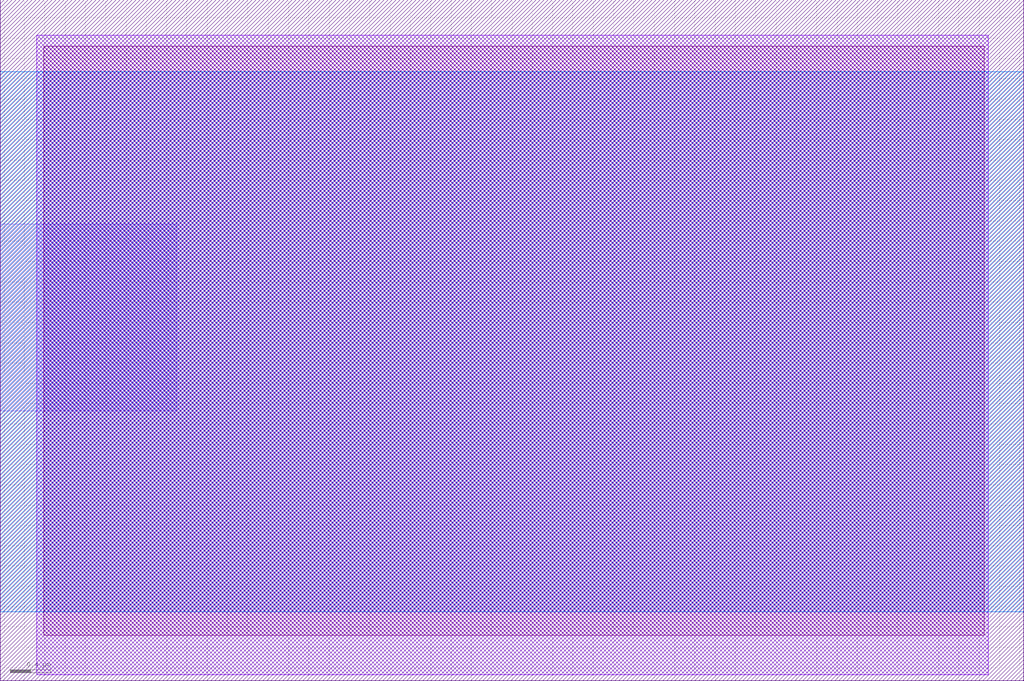
<source format=lef>
VERSION 5.7 ;
  NOWIREEXTENSIONATPIN ON ;
  DIVIDERCHAR "/" ;
  BUSBITCHARS "[]" ;
UNITS
  DATABASE MICRONS 200 ;
END UNITS

LAYER via2
  TYPE CUT ;
END via2

LAYER via
  TYPE CUT ;
END via

LAYER nwell
  TYPE MASTERSLICE ;
END nwell

LAYER via3
  TYPE CUT ;
END via3

LAYER pwell
  TYPE MASTERSLICE ;
END pwell

LAYER via4
  TYPE CUT ;
END via4

LAYER mcon
  TYPE CUT ;
END mcon

LAYER met6
  TYPE ROUTING ;
  WIDTH 0.030000 ;
  SPACING 0.040000 ;
  DIRECTION HORIZONTAL ;
END met6

LAYER met1
  TYPE ROUTING ;
  WIDTH 0.140000 ;
  SPACING 0.140000 ;
  DIRECTION HORIZONTAL ;
END met1

LAYER met3
  TYPE ROUTING ;
  WIDTH 0.300000 ;
  SPACING 0.300000 ;
  DIRECTION HORIZONTAL ;
END met3

LAYER met2
  TYPE ROUTING ;
  WIDTH 0.140000 ;
  SPACING 0.140000 ;
  DIRECTION HORIZONTAL ;
END met2

LAYER met4
  TYPE ROUTING ;
  WIDTH 0.300000 ;
  SPACING 0.300000 ;
  DIRECTION HORIZONTAL ;
END met4

LAYER met5
  TYPE ROUTING ;
  WIDTH 1.600000 ;
  SPACING 1.600000 ;
  DIRECTION HORIZONTAL ;
END met5

LAYER li1
  TYPE ROUTING ;
  WIDTH 0.170000 ;
  SPACING 0.170000 ;
  DIRECTION HORIZONTAL ;
END li1

MACRO sky130_hilas_swc4x1cellOverlap
  CLASS BLOCK ;
  FOREIGN sky130_hilas_swc4x1cellOverlap ;
  ORIGIN 2.640 4.130 ;
  SIZE 10.080 BY 6.710 ;
  OBS
      LAYER nwell ;
        RECT -2.640 -1.470 -0.900 0.370 ;
      LAYER li1 ;
        RECT -2.210 -3.680 7.050 2.120 ;
      LAYER met1 ;
        RECT -2.280 -4.070 7.090 2.230 ;
      LAYER met2 ;
        RECT -2.640 -3.450 7.440 1.870 ;
  END
END sky130_hilas_swc4x1cellOverlap
END LIBRARY


</source>
